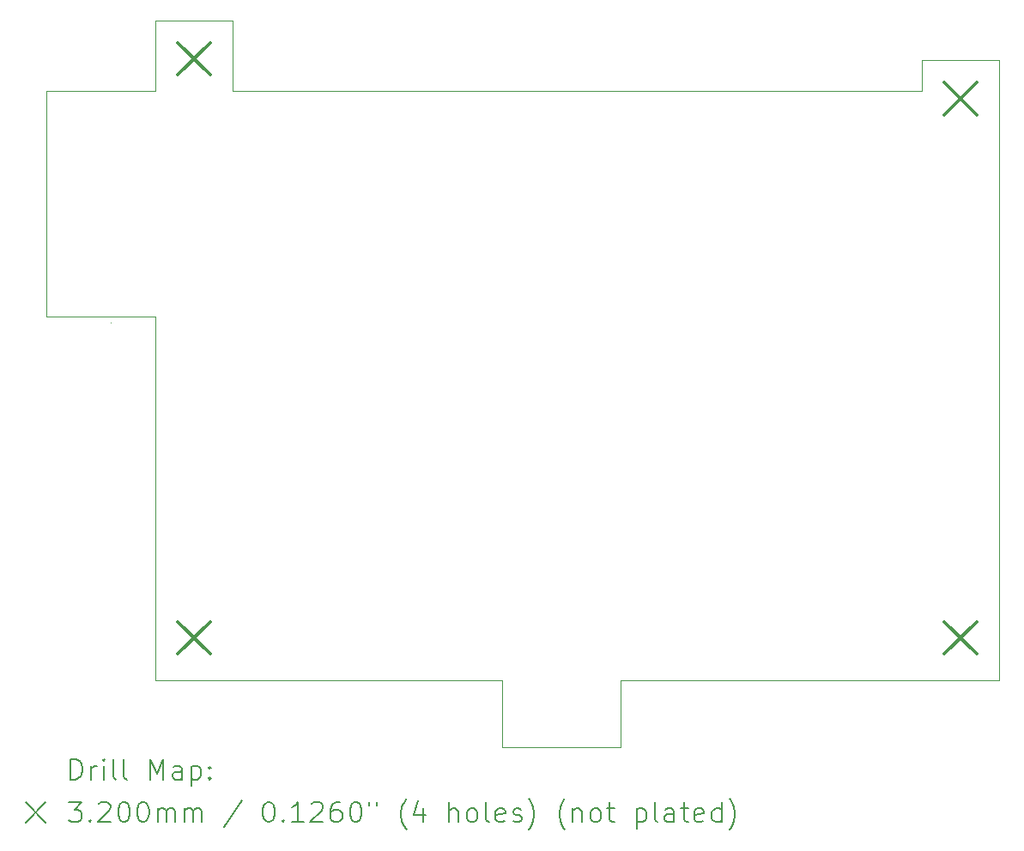
<source format=gbr>
%TF.GenerationSoftware,KiCad,Pcbnew,7.0.2*%
%TF.CreationDate,2023-04-20T14:18:08-04:00*%
%TF.ProjectId,luison-electronics,6c756973-6f6e-42d6-956c-656374726f6e,rev?*%
%TF.SameCoordinates,Original*%
%TF.FileFunction,Drillmap*%
%TF.FilePolarity,Positive*%
%FSLAX45Y45*%
G04 Gerber Fmt 4.5, Leading zero omitted, Abs format (unit mm)*
G04 Created by KiCad (PCBNEW 7.0.2) date 2023-04-20 14:18:08*
%MOMM*%
%LPD*%
G01*
G04 APERTURE LIST*
%ADD10C,0.100000*%
%ADD11C,0.200000*%
%ADD12C,0.320000*%
G04 APERTURE END LIST*
D10*
X12065000Y-6223000D02*
X18516600Y-6223000D01*
X11112500Y-8445500D02*
X11112500Y-12039600D01*
X15697200Y-12700000D02*
X15697200Y-12039600D01*
X15697200Y-12039600D02*
X19431000Y-12039600D01*
X11112500Y-5524500D02*
X11112500Y-6223000D01*
X14528800Y-12700000D02*
X15697200Y-12700000D01*
X18669000Y-6223000D02*
X18669000Y-5918200D01*
X18669000Y-5918200D02*
X19431000Y-5918200D01*
X11620500Y-5524500D02*
X11874500Y-5524500D01*
X10668000Y-8509000D02*
X10668000Y-8509000D01*
X11112500Y-12039600D02*
X14528800Y-12039600D01*
X11874500Y-5524500D02*
X11874500Y-6223000D01*
X11874500Y-6223000D02*
X12065000Y-6223000D01*
X11112500Y-5524500D02*
X11620500Y-5524500D01*
X18516600Y-6223000D02*
X18669000Y-6223000D01*
X11112500Y-6223000D02*
X10033000Y-6223000D01*
X10033000Y-6223000D02*
X10033000Y-8445500D01*
X10033000Y-8445500D02*
X11112500Y-8445500D01*
X14528800Y-12039600D02*
X14528800Y-12700000D01*
X19431000Y-5918200D02*
X19431000Y-12039600D01*
D11*
D12*
X11333500Y-5745500D02*
X11653500Y-6065500D01*
X11653500Y-5745500D02*
X11333500Y-6065500D01*
X11333500Y-11460500D02*
X11653500Y-11780500D01*
X11653500Y-11460500D02*
X11333500Y-11780500D01*
X18890000Y-6139200D02*
X19210000Y-6459200D01*
X19210000Y-6139200D02*
X18890000Y-6459200D01*
X18890000Y-11460500D02*
X19210000Y-11780500D01*
X19210000Y-11460500D02*
X18890000Y-11780500D01*
D11*
X10275619Y-13017524D02*
X10275619Y-12817524D01*
X10275619Y-12817524D02*
X10323238Y-12817524D01*
X10323238Y-12817524D02*
X10351810Y-12827048D01*
X10351810Y-12827048D02*
X10370857Y-12846095D01*
X10370857Y-12846095D02*
X10380381Y-12865143D01*
X10380381Y-12865143D02*
X10389905Y-12903238D01*
X10389905Y-12903238D02*
X10389905Y-12931809D01*
X10389905Y-12931809D02*
X10380381Y-12969905D01*
X10380381Y-12969905D02*
X10370857Y-12988952D01*
X10370857Y-12988952D02*
X10351810Y-13008000D01*
X10351810Y-13008000D02*
X10323238Y-13017524D01*
X10323238Y-13017524D02*
X10275619Y-13017524D01*
X10475619Y-13017524D02*
X10475619Y-12884190D01*
X10475619Y-12922286D02*
X10485143Y-12903238D01*
X10485143Y-12903238D02*
X10494667Y-12893714D01*
X10494667Y-12893714D02*
X10513714Y-12884190D01*
X10513714Y-12884190D02*
X10532762Y-12884190D01*
X10599429Y-13017524D02*
X10599429Y-12884190D01*
X10599429Y-12817524D02*
X10589905Y-12827048D01*
X10589905Y-12827048D02*
X10599429Y-12836571D01*
X10599429Y-12836571D02*
X10608952Y-12827048D01*
X10608952Y-12827048D02*
X10599429Y-12817524D01*
X10599429Y-12817524D02*
X10599429Y-12836571D01*
X10723238Y-13017524D02*
X10704190Y-13008000D01*
X10704190Y-13008000D02*
X10694667Y-12988952D01*
X10694667Y-12988952D02*
X10694667Y-12817524D01*
X10828000Y-13017524D02*
X10808952Y-13008000D01*
X10808952Y-13008000D02*
X10799429Y-12988952D01*
X10799429Y-12988952D02*
X10799429Y-12817524D01*
X11056571Y-13017524D02*
X11056571Y-12817524D01*
X11056571Y-12817524D02*
X11123238Y-12960381D01*
X11123238Y-12960381D02*
X11189905Y-12817524D01*
X11189905Y-12817524D02*
X11189905Y-13017524D01*
X11370857Y-13017524D02*
X11370857Y-12912762D01*
X11370857Y-12912762D02*
X11361333Y-12893714D01*
X11361333Y-12893714D02*
X11342286Y-12884190D01*
X11342286Y-12884190D02*
X11304190Y-12884190D01*
X11304190Y-12884190D02*
X11285143Y-12893714D01*
X11370857Y-13008000D02*
X11351809Y-13017524D01*
X11351809Y-13017524D02*
X11304190Y-13017524D01*
X11304190Y-13017524D02*
X11285143Y-13008000D01*
X11285143Y-13008000D02*
X11275619Y-12988952D01*
X11275619Y-12988952D02*
X11275619Y-12969905D01*
X11275619Y-12969905D02*
X11285143Y-12950857D01*
X11285143Y-12950857D02*
X11304190Y-12941333D01*
X11304190Y-12941333D02*
X11351809Y-12941333D01*
X11351809Y-12941333D02*
X11370857Y-12931809D01*
X11466095Y-12884190D02*
X11466095Y-13084190D01*
X11466095Y-12893714D02*
X11485143Y-12884190D01*
X11485143Y-12884190D02*
X11523238Y-12884190D01*
X11523238Y-12884190D02*
X11542286Y-12893714D01*
X11542286Y-12893714D02*
X11551809Y-12903238D01*
X11551809Y-12903238D02*
X11561333Y-12922286D01*
X11561333Y-12922286D02*
X11561333Y-12979428D01*
X11561333Y-12979428D02*
X11551809Y-12998476D01*
X11551809Y-12998476D02*
X11542286Y-13008000D01*
X11542286Y-13008000D02*
X11523238Y-13017524D01*
X11523238Y-13017524D02*
X11485143Y-13017524D01*
X11485143Y-13017524D02*
X11466095Y-13008000D01*
X11647048Y-12998476D02*
X11656571Y-13008000D01*
X11656571Y-13008000D02*
X11647048Y-13017524D01*
X11647048Y-13017524D02*
X11637524Y-13008000D01*
X11637524Y-13008000D02*
X11647048Y-12998476D01*
X11647048Y-12998476D02*
X11647048Y-13017524D01*
X11647048Y-12893714D02*
X11656571Y-12903238D01*
X11656571Y-12903238D02*
X11647048Y-12912762D01*
X11647048Y-12912762D02*
X11637524Y-12903238D01*
X11637524Y-12903238D02*
X11647048Y-12893714D01*
X11647048Y-12893714D02*
X11647048Y-12912762D01*
X9828000Y-13245000D02*
X10028000Y-13445000D01*
X10028000Y-13245000D02*
X9828000Y-13445000D01*
X10256571Y-13237524D02*
X10380381Y-13237524D01*
X10380381Y-13237524D02*
X10313714Y-13313714D01*
X10313714Y-13313714D02*
X10342286Y-13313714D01*
X10342286Y-13313714D02*
X10361333Y-13323238D01*
X10361333Y-13323238D02*
X10370857Y-13332762D01*
X10370857Y-13332762D02*
X10380381Y-13351809D01*
X10380381Y-13351809D02*
X10380381Y-13399428D01*
X10380381Y-13399428D02*
X10370857Y-13418476D01*
X10370857Y-13418476D02*
X10361333Y-13428000D01*
X10361333Y-13428000D02*
X10342286Y-13437524D01*
X10342286Y-13437524D02*
X10285143Y-13437524D01*
X10285143Y-13437524D02*
X10266095Y-13428000D01*
X10266095Y-13428000D02*
X10256571Y-13418476D01*
X10466095Y-13418476D02*
X10475619Y-13428000D01*
X10475619Y-13428000D02*
X10466095Y-13437524D01*
X10466095Y-13437524D02*
X10456571Y-13428000D01*
X10456571Y-13428000D02*
X10466095Y-13418476D01*
X10466095Y-13418476D02*
X10466095Y-13437524D01*
X10551810Y-13256571D02*
X10561333Y-13247048D01*
X10561333Y-13247048D02*
X10580381Y-13237524D01*
X10580381Y-13237524D02*
X10628000Y-13237524D01*
X10628000Y-13237524D02*
X10647048Y-13247048D01*
X10647048Y-13247048D02*
X10656571Y-13256571D01*
X10656571Y-13256571D02*
X10666095Y-13275619D01*
X10666095Y-13275619D02*
X10666095Y-13294667D01*
X10666095Y-13294667D02*
X10656571Y-13323238D01*
X10656571Y-13323238D02*
X10542286Y-13437524D01*
X10542286Y-13437524D02*
X10666095Y-13437524D01*
X10789905Y-13237524D02*
X10808952Y-13237524D01*
X10808952Y-13237524D02*
X10828000Y-13247048D01*
X10828000Y-13247048D02*
X10837524Y-13256571D01*
X10837524Y-13256571D02*
X10847048Y-13275619D01*
X10847048Y-13275619D02*
X10856571Y-13313714D01*
X10856571Y-13313714D02*
X10856571Y-13361333D01*
X10856571Y-13361333D02*
X10847048Y-13399428D01*
X10847048Y-13399428D02*
X10837524Y-13418476D01*
X10837524Y-13418476D02*
X10828000Y-13428000D01*
X10828000Y-13428000D02*
X10808952Y-13437524D01*
X10808952Y-13437524D02*
X10789905Y-13437524D01*
X10789905Y-13437524D02*
X10770857Y-13428000D01*
X10770857Y-13428000D02*
X10761333Y-13418476D01*
X10761333Y-13418476D02*
X10751810Y-13399428D01*
X10751810Y-13399428D02*
X10742286Y-13361333D01*
X10742286Y-13361333D02*
X10742286Y-13313714D01*
X10742286Y-13313714D02*
X10751810Y-13275619D01*
X10751810Y-13275619D02*
X10761333Y-13256571D01*
X10761333Y-13256571D02*
X10770857Y-13247048D01*
X10770857Y-13247048D02*
X10789905Y-13237524D01*
X10980381Y-13237524D02*
X10999429Y-13237524D01*
X10999429Y-13237524D02*
X11018476Y-13247048D01*
X11018476Y-13247048D02*
X11028000Y-13256571D01*
X11028000Y-13256571D02*
X11037524Y-13275619D01*
X11037524Y-13275619D02*
X11047048Y-13313714D01*
X11047048Y-13313714D02*
X11047048Y-13361333D01*
X11047048Y-13361333D02*
X11037524Y-13399428D01*
X11037524Y-13399428D02*
X11028000Y-13418476D01*
X11028000Y-13418476D02*
X11018476Y-13428000D01*
X11018476Y-13428000D02*
X10999429Y-13437524D01*
X10999429Y-13437524D02*
X10980381Y-13437524D01*
X10980381Y-13437524D02*
X10961333Y-13428000D01*
X10961333Y-13428000D02*
X10951810Y-13418476D01*
X10951810Y-13418476D02*
X10942286Y-13399428D01*
X10942286Y-13399428D02*
X10932762Y-13361333D01*
X10932762Y-13361333D02*
X10932762Y-13313714D01*
X10932762Y-13313714D02*
X10942286Y-13275619D01*
X10942286Y-13275619D02*
X10951810Y-13256571D01*
X10951810Y-13256571D02*
X10961333Y-13247048D01*
X10961333Y-13247048D02*
X10980381Y-13237524D01*
X11132762Y-13437524D02*
X11132762Y-13304190D01*
X11132762Y-13323238D02*
X11142286Y-13313714D01*
X11142286Y-13313714D02*
X11161333Y-13304190D01*
X11161333Y-13304190D02*
X11189905Y-13304190D01*
X11189905Y-13304190D02*
X11208952Y-13313714D01*
X11208952Y-13313714D02*
X11218476Y-13332762D01*
X11218476Y-13332762D02*
X11218476Y-13437524D01*
X11218476Y-13332762D02*
X11228000Y-13313714D01*
X11228000Y-13313714D02*
X11247048Y-13304190D01*
X11247048Y-13304190D02*
X11275619Y-13304190D01*
X11275619Y-13304190D02*
X11294667Y-13313714D01*
X11294667Y-13313714D02*
X11304190Y-13332762D01*
X11304190Y-13332762D02*
X11304190Y-13437524D01*
X11399429Y-13437524D02*
X11399429Y-13304190D01*
X11399429Y-13323238D02*
X11408952Y-13313714D01*
X11408952Y-13313714D02*
X11428000Y-13304190D01*
X11428000Y-13304190D02*
X11456571Y-13304190D01*
X11456571Y-13304190D02*
X11475619Y-13313714D01*
X11475619Y-13313714D02*
X11485143Y-13332762D01*
X11485143Y-13332762D02*
X11485143Y-13437524D01*
X11485143Y-13332762D02*
X11494667Y-13313714D01*
X11494667Y-13313714D02*
X11513714Y-13304190D01*
X11513714Y-13304190D02*
X11542286Y-13304190D01*
X11542286Y-13304190D02*
X11561333Y-13313714D01*
X11561333Y-13313714D02*
X11570857Y-13332762D01*
X11570857Y-13332762D02*
X11570857Y-13437524D01*
X11961333Y-13228000D02*
X11789905Y-13485143D01*
X12218476Y-13237524D02*
X12237524Y-13237524D01*
X12237524Y-13237524D02*
X12256572Y-13247048D01*
X12256572Y-13247048D02*
X12266095Y-13256571D01*
X12266095Y-13256571D02*
X12275619Y-13275619D01*
X12275619Y-13275619D02*
X12285143Y-13313714D01*
X12285143Y-13313714D02*
X12285143Y-13361333D01*
X12285143Y-13361333D02*
X12275619Y-13399428D01*
X12275619Y-13399428D02*
X12266095Y-13418476D01*
X12266095Y-13418476D02*
X12256572Y-13428000D01*
X12256572Y-13428000D02*
X12237524Y-13437524D01*
X12237524Y-13437524D02*
X12218476Y-13437524D01*
X12218476Y-13437524D02*
X12199429Y-13428000D01*
X12199429Y-13428000D02*
X12189905Y-13418476D01*
X12189905Y-13418476D02*
X12180381Y-13399428D01*
X12180381Y-13399428D02*
X12170857Y-13361333D01*
X12170857Y-13361333D02*
X12170857Y-13313714D01*
X12170857Y-13313714D02*
X12180381Y-13275619D01*
X12180381Y-13275619D02*
X12189905Y-13256571D01*
X12189905Y-13256571D02*
X12199429Y-13247048D01*
X12199429Y-13247048D02*
X12218476Y-13237524D01*
X12370857Y-13418476D02*
X12380381Y-13428000D01*
X12380381Y-13428000D02*
X12370857Y-13437524D01*
X12370857Y-13437524D02*
X12361333Y-13428000D01*
X12361333Y-13428000D02*
X12370857Y-13418476D01*
X12370857Y-13418476D02*
X12370857Y-13437524D01*
X12570857Y-13437524D02*
X12456572Y-13437524D01*
X12513714Y-13437524D02*
X12513714Y-13237524D01*
X12513714Y-13237524D02*
X12494667Y-13266095D01*
X12494667Y-13266095D02*
X12475619Y-13285143D01*
X12475619Y-13285143D02*
X12456572Y-13294667D01*
X12647048Y-13256571D02*
X12656572Y-13247048D01*
X12656572Y-13247048D02*
X12675619Y-13237524D01*
X12675619Y-13237524D02*
X12723238Y-13237524D01*
X12723238Y-13237524D02*
X12742286Y-13247048D01*
X12742286Y-13247048D02*
X12751810Y-13256571D01*
X12751810Y-13256571D02*
X12761333Y-13275619D01*
X12761333Y-13275619D02*
X12761333Y-13294667D01*
X12761333Y-13294667D02*
X12751810Y-13323238D01*
X12751810Y-13323238D02*
X12637524Y-13437524D01*
X12637524Y-13437524D02*
X12761333Y-13437524D01*
X12932762Y-13237524D02*
X12894667Y-13237524D01*
X12894667Y-13237524D02*
X12875619Y-13247048D01*
X12875619Y-13247048D02*
X12866095Y-13256571D01*
X12866095Y-13256571D02*
X12847048Y-13285143D01*
X12847048Y-13285143D02*
X12837524Y-13323238D01*
X12837524Y-13323238D02*
X12837524Y-13399428D01*
X12837524Y-13399428D02*
X12847048Y-13418476D01*
X12847048Y-13418476D02*
X12856572Y-13428000D01*
X12856572Y-13428000D02*
X12875619Y-13437524D01*
X12875619Y-13437524D02*
X12913714Y-13437524D01*
X12913714Y-13437524D02*
X12932762Y-13428000D01*
X12932762Y-13428000D02*
X12942286Y-13418476D01*
X12942286Y-13418476D02*
X12951810Y-13399428D01*
X12951810Y-13399428D02*
X12951810Y-13351809D01*
X12951810Y-13351809D02*
X12942286Y-13332762D01*
X12942286Y-13332762D02*
X12932762Y-13323238D01*
X12932762Y-13323238D02*
X12913714Y-13313714D01*
X12913714Y-13313714D02*
X12875619Y-13313714D01*
X12875619Y-13313714D02*
X12856572Y-13323238D01*
X12856572Y-13323238D02*
X12847048Y-13332762D01*
X12847048Y-13332762D02*
X12837524Y-13351809D01*
X13075619Y-13237524D02*
X13094667Y-13237524D01*
X13094667Y-13237524D02*
X13113714Y-13247048D01*
X13113714Y-13247048D02*
X13123238Y-13256571D01*
X13123238Y-13256571D02*
X13132762Y-13275619D01*
X13132762Y-13275619D02*
X13142286Y-13313714D01*
X13142286Y-13313714D02*
X13142286Y-13361333D01*
X13142286Y-13361333D02*
X13132762Y-13399428D01*
X13132762Y-13399428D02*
X13123238Y-13418476D01*
X13123238Y-13418476D02*
X13113714Y-13428000D01*
X13113714Y-13428000D02*
X13094667Y-13437524D01*
X13094667Y-13437524D02*
X13075619Y-13437524D01*
X13075619Y-13437524D02*
X13056572Y-13428000D01*
X13056572Y-13428000D02*
X13047048Y-13418476D01*
X13047048Y-13418476D02*
X13037524Y-13399428D01*
X13037524Y-13399428D02*
X13028000Y-13361333D01*
X13028000Y-13361333D02*
X13028000Y-13313714D01*
X13028000Y-13313714D02*
X13037524Y-13275619D01*
X13037524Y-13275619D02*
X13047048Y-13256571D01*
X13047048Y-13256571D02*
X13056572Y-13247048D01*
X13056572Y-13247048D02*
X13075619Y-13237524D01*
X13218476Y-13237524D02*
X13218476Y-13275619D01*
X13294667Y-13237524D02*
X13294667Y-13275619D01*
X13589905Y-13513714D02*
X13580381Y-13504190D01*
X13580381Y-13504190D02*
X13561334Y-13475619D01*
X13561334Y-13475619D02*
X13551810Y-13456571D01*
X13551810Y-13456571D02*
X13542286Y-13428000D01*
X13542286Y-13428000D02*
X13532762Y-13380381D01*
X13532762Y-13380381D02*
X13532762Y-13342286D01*
X13532762Y-13342286D02*
X13542286Y-13294667D01*
X13542286Y-13294667D02*
X13551810Y-13266095D01*
X13551810Y-13266095D02*
X13561334Y-13247048D01*
X13561334Y-13247048D02*
X13580381Y-13218476D01*
X13580381Y-13218476D02*
X13589905Y-13208952D01*
X13751810Y-13304190D02*
X13751810Y-13437524D01*
X13704191Y-13228000D02*
X13656572Y-13370857D01*
X13656572Y-13370857D02*
X13780381Y-13370857D01*
X14008953Y-13437524D02*
X14008953Y-13237524D01*
X14094667Y-13437524D02*
X14094667Y-13332762D01*
X14094667Y-13332762D02*
X14085143Y-13313714D01*
X14085143Y-13313714D02*
X14066096Y-13304190D01*
X14066096Y-13304190D02*
X14037524Y-13304190D01*
X14037524Y-13304190D02*
X14018476Y-13313714D01*
X14018476Y-13313714D02*
X14008953Y-13323238D01*
X14218476Y-13437524D02*
X14199429Y-13428000D01*
X14199429Y-13428000D02*
X14189905Y-13418476D01*
X14189905Y-13418476D02*
X14180381Y-13399428D01*
X14180381Y-13399428D02*
X14180381Y-13342286D01*
X14180381Y-13342286D02*
X14189905Y-13323238D01*
X14189905Y-13323238D02*
X14199429Y-13313714D01*
X14199429Y-13313714D02*
X14218476Y-13304190D01*
X14218476Y-13304190D02*
X14247048Y-13304190D01*
X14247048Y-13304190D02*
X14266096Y-13313714D01*
X14266096Y-13313714D02*
X14275619Y-13323238D01*
X14275619Y-13323238D02*
X14285143Y-13342286D01*
X14285143Y-13342286D02*
X14285143Y-13399428D01*
X14285143Y-13399428D02*
X14275619Y-13418476D01*
X14275619Y-13418476D02*
X14266096Y-13428000D01*
X14266096Y-13428000D02*
X14247048Y-13437524D01*
X14247048Y-13437524D02*
X14218476Y-13437524D01*
X14399429Y-13437524D02*
X14380381Y-13428000D01*
X14380381Y-13428000D02*
X14370857Y-13408952D01*
X14370857Y-13408952D02*
X14370857Y-13237524D01*
X14551810Y-13428000D02*
X14532762Y-13437524D01*
X14532762Y-13437524D02*
X14494667Y-13437524D01*
X14494667Y-13437524D02*
X14475619Y-13428000D01*
X14475619Y-13428000D02*
X14466096Y-13408952D01*
X14466096Y-13408952D02*
X14466096Y-13332762D01*
X14466096Y-13332762D02*
X14475619Y-13313714D01*
X14475619Y-13313714D02*
X14494667Y-13304190D01*
X14494667Y-13304190D02*
X14532762Y-13304190D01*
X14532762Y-13304190D02*
X14551810Y-13313714D01*
X14551810Y-13313714D02*
X14561334Y-13332762D01*
X14561334Y-13332762D02*
X14561334Y-13351809D01*
X14561334Y-13351809D02*
X14466096Y-13370857D01*
X14637524Y-13428000D02*
X14656572Y-13437524D01*
X14656572Y-13437524D02*
X14694667Y-13437524D01*
X14694667Y-13437524D02*
X14713715Y-13428000D01*
X14713715Y-13428000D02*
X14723238Y-13408952D01*
X14723238Y-13408952D02*
X14723238Y-13399428D01*
X14723238Y-13399428D02*
X14713715Y-13380381D01*
X14713715Y-13380381D02*
X14694667Y-13370857D01*
X14694667Y-13370857D02*
X14666096Y-13370857D01*
X14666096Y-13370857D02*
X14647048Y-13361333D01*
X14647048Y-13361333D02*
X14637524Y-13342286D01*
X14637524Y-13342286D02*
X14637524Y-13332762D01*
X14637524Y-13332762D02*
X14647048Y-13313714D01*
X14647048Y-13313714D02*
X14666096Y-13304190D01*
X14666096Y-13304190D02*
X14694667Y-13304190D01*
X14694667Y-13304190D02*
X14713715Y-13313714D01*
X14789905Y-13513714D02*
X14799429Y-13504190D01*
X14799429Y-13504190D02*
X14818477Y-13475619D01*
X14818477Y-13475619D02*
X14828000Y-13456571D01*
X14828000Y-13456571D02*
X14837524Y-13428000D01*
X14837524Y-13428000D02*
X14847048Y-13380381D01*
X14847048Y-13380381D02*
X14847048Y-13342286D01*
X14847048Y-13342286D02*
X14837524Y-13294667D01*
X14837524Y-13294667D02*
X14828000Y-13266095D01*
X14828000Y-13266095D02*
X14818477Y-13247048D01*
X14818477Y-13247048D02*
X14799429Y-13218476D01*
X14799429Y-13218476D02*
X14789905Y-13208952D01*
X15151810Y-13513714D02*
X15142286Y-13504190D01*
X15142286Y-13504190D02*
X15123238Y-13475619D01*
X15123238Y-13475619D02*
X15113715Y-13456571D01*
X15113715Y-13456571D02*
X15104191Y-13428000D01*
X15104191Y-13428000D02*
X15094667Y-13380381D01*
X15094667Y-13380381D02*
X15094667Y-13342286D01*
X15094667Y-13342286D02*
X15104191Y-13294667D01*
X15104191Y-13294667D02*
X15113715Y-13266095D01*
X15113715Y-13266095D02*
X15123238Y-13247048D01*
X15123238Y-13247048D02*
X15142286Y-13218476D01*
X15142286Y-13218476D02*
X15151810Y-13208952D01*
X15228000Y-13304190D02*
X15228000Y-13437524D01*
X15228000Y-13323238D02*
X15237524Y-13313714D01*
X15237524Y-13313714D02*
X15256572Y-13304190D01*
X15256572Y-13304190D02*
X15285143Y-13304190D01*
X15285143Y-13304190D02*
X15304191Y-13313714D01*
X15304191Y-13313714D02*
X15313715Y-13332762D01*
X15313715Y-13332762D02*
X15313715Y-13437524D01*
X15437524Y-13437524D02*
X15418477Y-13428000D01*
X15418477Y-13428000D02*
X15408953Y-13418476D01*
X15408953Y-13418476D02*
X15399429Y-13399428D01*
X15399429Y-13399428D02*
X15399429Y-13342286D01*
X15399429Y-13342286D02*
X15408953Y-13323238D01*
X15408953Y-13323238D02*
X15418477Y-13313714D01*
X15418477Y-13313714D02*
X15437524Y-13304190D01*
X15437524Y-13304190D02*
X15466096Y-13304190D01*
X15466096Y-13304190D02*
X15485143Y-13313714D01*
X15485143Y-13313714D02*
X15494667Y-13323238D01*
X15494667Y-13323238D02*
X15504191Y-13342286D01*
X15504191Y-13342286D02*
X15504191Y-13399428D01*
X15504191Y-13399428D02*
X15494667Y-13418476D01*
X15494667Y-13418476D02*
X15485143Y-13428000D01*
X15485143Y-13428000D02*
X15466096Y-13437524D01*
X15466096Y-13437524D02*
X15437524Y-13437524D01*
X15561334Y-13304190D02*
X15637524Y-13304190D01*
X15589905Y-13237524D02*
X15589905Y-13408952D01*
X15589905Y-13408952D02*
X15599429Y-13428000D01*
X15599429Y-13428000D02*
X15618477Y-13437524D01*
X15618477Y-13437524D02*
X15637524Y-13437524D01*
X15856572Y-13304190D02*
X15856572Y-13504190D01*
X15856572Y-13313714D02*
X15875619Y-13304190D01*
X15875619Y-13304190D02*
X15913715Y-13304190D01*
X15913715Y-13304190D02*
X15932762Y-13313714D01*
X15932762Y-13313714D02*
X15942286Y-13323238D01*
X15942286Y-13323238D02*
X15951810Y-13342286D01*
X15951810Y-13342286D02*
X15951810Y-13399428D01*
X15951810Y-13399428D02*
X15942286Y-13418476D01*
X15942286Y-13418476D02*
X15932762Y-13428000D01*
X15932762Y-13428000D02*
X15913715Y-13437524D01*
X15913715Y-13437524D02*
X15875619Y-13437524D01*
X15875619Y-13437524D02*
X15856572Y-13428000D01*
X16066096Y-13437524D02*
X16047048Y-13428000D01*
X16047048Y-13428000D02*
X16037524Y-13408952D01*
X16037524Y-13408952D02*
X16037524Y-13237524D01*
X16228000Y-13437524D02*
X16228000Y-13332762D01*
X16228000Y-13332762D02*
X16218477Y-13313714D01*
X16218477Y-13313714D02*
X16199429Y-13304190D01*
X16199429Y-13304190D02*
X16161334Y-13304190D01*
X16161334Y-13304190D02*
X16142286Y-13313714D01*
X16228000Y-13428000D02*
X16208953Y-13437524D01*
X16208953Y-13437524D02*
X16161334Y-13437524D01*
X16161334Y-13437524D02*
X16142286Y-13428000D01*
X16142286Y-13428000D02*
X16132762Y-13408952D01*
X16132762Y-13408952D02*
X16132762Y-13389905D01*
X16132762Y-13389905D02*
X16142286Y-13370857D01*
X16142286Y-13370857D02*
X16161334Y-13361333D01*
X16161334Y-13361333D02*
X16208953Y-13361333D01*
X16208953Y-13361333D02*
X16228000Y-13351809D01*
X16294667Y-13304190D02*
X16370858Y-13304190D01*
X16323239Y-13237524D02*
X16323239Y-13408952D01*
X16323239Y-13408952D02*
X16332762Y-13428000D01*
X16332762Y-13428000D02*
X16351810Y-13437524D01*
X16351810Y-13437524D02*
X16370858Y-13437524D01*
X16513715Y-13428000D02*
X16494667Y-13437524D01*
X16494667Y-13437524D02*
X16456572Y-13437524D01*
X16456572Y-13437524D02*
X16437524Y-13428000D01*
X16437524Y-13428000D02*
X16428000Y-13408952D01*
X16428000Y-13408952D02*
X16428000Y-13332762D01*
X16428000Y-13332762D02*
X16437524Y-13313714D01*
X16437524Y-13313714D02*
X16456572Y-13304190D01*
X16456572Y-13304190D02*
X16494667Y-13304190D01*
X16494667Y-13304190D02*
X16513715Y-13313714D01*
X16513715Y-13313714D02*
X16523239Y-13332762D01*
X16523239Y-13332762D02*
X16523239Y-13351809D01*
X16523239Y-13351809D02*
X16428000Y-13370857D01*
X16694667Y-13437524D02*
X16694667Y-13237524D01*
X16694667Y-13428000D02*
X16675620Y-13437524D01*
X16675620Y-13437524D02*
X16637524Y-13437524D01*
X16637524Y-13437524D02*
X16618477Y-13428000D01*
X16618477Y-13428000D02*
X16608953Y-13418476D01*
X16608953Y-13418476D02*
X16599429Y-13399428D01*
X16599429Y-13399428D02*
X16599429Y-13342286D01*
X16599429Y-13342286D02*
X16608953Y-13323238D01*
X16608953Y-13323238D02*
X16618477Y-13313714D01*
X16618477Y-13313714D02*
X16637524Y-13304190D01*
X16637524Y-13304190D02*
X16675620Y-13304190D01*
X16675620Y-13304190D02*
X16694667Y-13313714D01*
X16770858Y-13513714D02*
X16780382Y-13504190D01*
X16780382Y-13504190D02*
X16799429Y-13475619D01*
X16799429Y-13475619D02*
X16808953Y-13456571D01*
X16808953Y-13456571D02*
X16818477Y-13428000D01*
X16818477Y-13428000D02*
X16828001Y-13380381D01*
X16828001Y-13380381D02*
X16828001Y-13342286D01*
X16828001Y-13342286D02*
X16818477Y-13294667D01*
X16818477Y-13294667D02*
X16808953Y-13266095D01*
X16808953Y-13266095D02*
X16799429Y-13247048D01*
X16799429Y-13247048D02*
X16780382Y-13218476D01*
X16780382Y-13218476D02*
X16770858Y-13208952D01*
M02*

</source>
